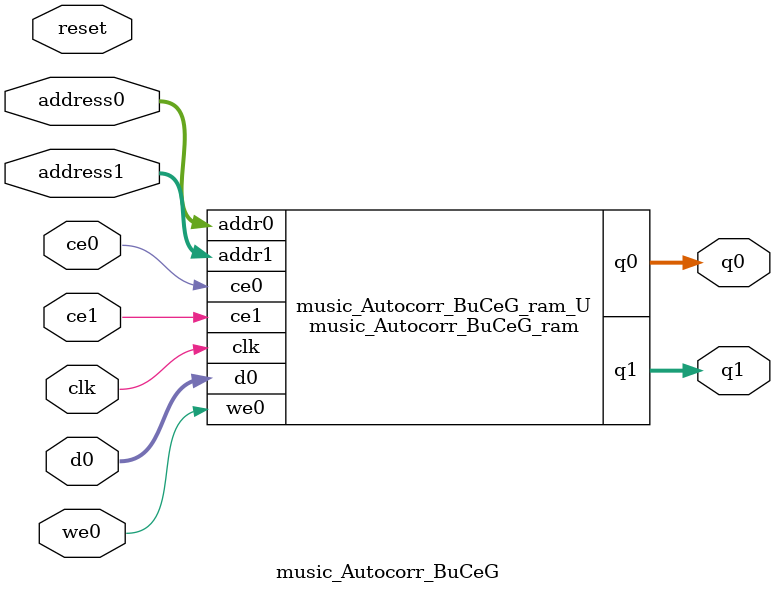
<source format=v>
`timescale 1 ns / 1 ps
module music_Autocorr_BuCeG_ram (addr0, ce0, d0, we0, q0, addr1, ce1, q1,  clk);

parameter DWIDTH = 32;
parameter AWIDTH = 6;
parameter MEM_SIZE = 40;

input[AWIDTH-1:0] addr0;
input ce0;
input[DWIDTH-1:0] d0;
input we0;
output reg[DWIDTH-1:0] q0;
input[AWIDTH-1:0] addr1;
input ce1;
output reg[DWIDTH-1:0] q1;
input clk;

(* ram_style = "block" *)reg [DWIDTH-1:0] ram[0:MEM_SIZE-1];




always @(posedge clk)  
begin 
    if (ce0) 
    begin
        if (we0) 
        begin 
            ram[addr0] <= d0; 
        end 
        q0 <= ram[addr0];
    end
end


always @(posedge clk)  
begin 
    if (ce1) 
    begin
        q1 <= ram[addr1];
    end
end


endmodule

`timescale 1 ns / 1 ps
module music_Autocorr_BuCeG(
    reset,
    clk,
    address0,
    ce0,
    we0,
    d0,
    q0,
    address1,
    ce1,
    q1);

parameter DataWidth = 32'd32;
parameter AddressRange = 32'd40;
parameter AddressWidth = 32'd6;
input reset;
input clk;
input[AddressWidth - 1:0] address0;
input ce0;
input we0;
input[DataWidth - 1:0] d0;
output[DataWidth - 1:0] q0;
input[AddressWidth - 1:0] address1;
input ce1;
output[DataWidth - 1:0] q1;



music_Autocorr_BuCeG_ram music_Autocorr_BuCeG_ram_U(
    .clk( clk ),
    .addr0( address0 ),
    .ce0( ce0 ),
    .we0( we0 ),
    .d0( d0 ),
    .q0( q0 ),
    .addr1( address1 ),
    .ce1( ce1 ),
    .q1( q1 ));

endmodule


</source>
